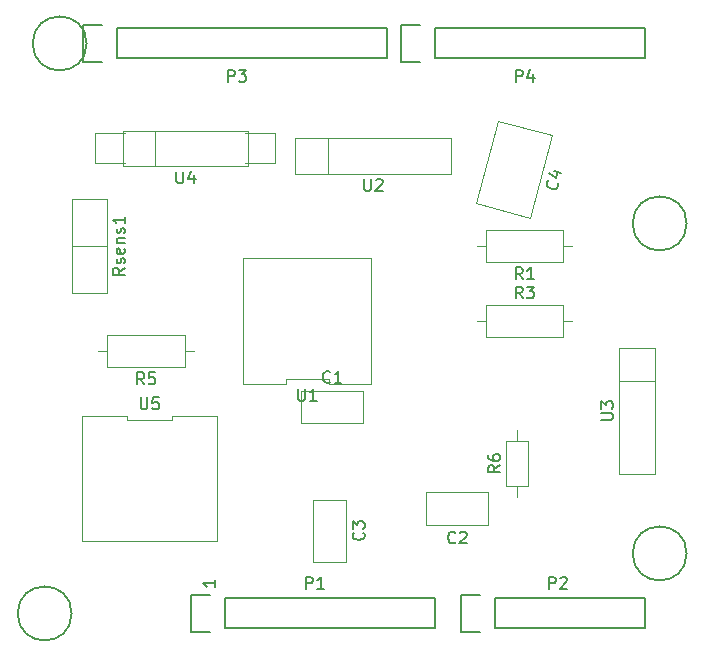
<source format=gbr>
%TF.GenerationSoftware,KiCad,Pcbnew,(5.1.10)-1*%
%TF.CreationDate,2022-03-31T16:48:52+02:00*%
%TF.ProjectId,Shield,53686965-6c64-42e6-9b69-6361645f7063,rev?*%
%TF.SameCoordinates,Original*%
%TF.FileFunction,Legend,Top*%
%TF.FilePolarity,Positive*%
%FSLAX46Y46*%
G04 Gerber Fmt 4.6, Leading zero omitted, Abs format (unit mm)*
G04 Created by KiCad (PCBNEW (5.1.10)-1) date 2022-03-31 16:48:52*
%MOMM*%
%LPD*%
G01*
G04 APERTURE LIST*
%ADD10C,0.150000*%
%ADD11C,0.120000*%
G04 APERTURE END LIST*
D10*
X139390380Y-120999285D02*
X139390380Y-121570714D01*
X139390380Y-121285000D02*
X138390380Y-121285000D01*
X138533238Y-121380238D01*
X138628476Y-121475476D01*
X138676095Y-121570714D01*
D11*
%TO.C,U5*%
X128128000Y-107085000D02*
X128128000Y-117705000D01*
X128128000Y-117705000D02*
X139588000Y-117705000D01*
X139588000Y-117705000D02*
X139588000Y-107085000D01*
X139588000Y-107085000D02*
X135768000Y-107085000D01*
X135768000Y-107085000D02*
X135768000Y-107445000D01*
X135768000Y-107445000D02*
X131948001Y-107445000D01*
X131948001Y-107445000D02*
X131948001Y-107085000D01*
X131948001Y-107085000D02*
X128128000Y-107085000D01*
%TO.C,U3*%
X176633000Y-101370000D02*
X176633000Y-111990000D01*
X176633000Y-111990000D02*
X173633000Y-111990000D01*
X173633000Y-111990000D02*
X173633000Y-101370000D01*
X173633000Y-101370000D02*
X176633000Y-101370000D01*
X176633000Y-104140000D02*
X173633000Y-104140000D01*
%TO.C,U4*%
X131578000Y-82955000D02*
X142198000Y-82955000D01*
X142198000Y-82955000D02*
X142198000Y-85955000D01*
X142198000Y-85955000D02*
X131578000Y-85955000D01*
X131578000Y-85955000D02*
X131578000Y-82955000D01*
X134348000Y-82955000D02*
X134348000Y-85955000D01*
X144508000Y-85725000D02*
X141968000Y-85725000D01*
X144508000Y-83185000D02*
X144508000Y-85725000D01*
X141968000Y-83185000D02*
X144508000Y-83185000D01*
X129268000Y-85725000D02*
X131808000Y-85725000D01*
X129268000Y-83185000D02*
X129268000Y-85725000D01*
X131808000Y-83185000D02*
X129268000Y-83185000D01*
%TO.C,U2*%
X146193000Y-83590000D02*
X159353000Y-83590000D01*
X159353000Y-83590000D02*
X159353000Y-86590000D01*
X159353000Y-86590000D02*
X146193000Y-86590000D01*
X146193000Y-86590000D02*
X146193000Y-83590000D01*
X148963000Y-83590000D02*
X148963000Y-86590000D01*
%TO.C,U1*%
X152630000Y-104370000D02*
X152630000Y-93750000D01*
X152630000Y-93750000D02*
X141756000Y-93750000D01*
X141756000Y-93750000D02*
X141756000Y-104370000D01*
X141756000Y-104370000D02*
X145380667Y-104370000D01*
X145380667Y-104370000D02*
X145380667Y-104010000D01*
X145380667Y-104010000D02*
X149005333Y-104010000D01*
X149005333Y-104010000D02*
X149005333Y-104370000D01*
X149005333Y-104370000D02*
X152630000Y-104370000D01*
%TO.C,Rsens1*%
X127278000Y-92710000D02*
X130278000Y-92710000D01*
X130278000Y-96710000D02*
X127278000Y-96710000D01*
X130278000Y-88710000D02*
X130278000Y-96710000D01*
X127278000Y-88710000D02*
X130278000Y-88710000D01*
X127278000Y-96710000D02*
X127278000Y-88710000D01*
%TO.C,R6*%
X164973000Y-108255000D02*
X164973000Y-109205000D01*
X164973000Y-113995000D02*
X164973000Y-113045000D01*
X164053000Y-109205000D02*
X164053000Y-113045000D01*
X165893000Y-109205000D02*
X164053000Y-109205000D01*
X165893000Y-113045000D02*
X165893000Y-109205000D01*
X164053000Y-113045000D02*
X165893000Y-113045000D01*
%TO.C,R5*%
X129518000Y-101600000D02*
X130288000Y-101600000D01*
X137598000Y-101600000D02*
X136828000Y-101600000D01*
X130288000Y-102970000D02*
X136828000Y-102970000D01*
X130288000Y-100230000D02*
X130288000Y-102970000D01*
X136828000Y-100230000D02*
X130288000Y-100230000D01*
X136828000Y-102970000D02*
X136828000Y-100230000D01*
%TO.C,R3*%
X169648000Y-99060000D02*
X168878000Y-99060000D01*
X161568000Y-99060000D02*
X162338000Y-99060000D01*
X168878000Y-97690000D02*
X162338000Y-97690000D01*
X168878000Y-100430000D02*
X168878000Y-97690000D01*
X162338000Y-100430000D02*
X168878000Y-100430000D01*
X162338000Y-97690000D02*
X162338000Y-100430000D01*
%TO.C,R1*%
X161568000Y-92710000D02*
X162338000Y-92710000D01*
X169648000Y-92710000D02*
X168878000Y-92710000D01*
X162338000Y-94080000D02*
X168878000Y-94080000D01*
X162338000Y-91340000D02*
X162338000Y-94080000D01*
X168878000Y-91340000D02*
X162338000Y-91340000D01*
X168878000Y-94080000D02*
X168878000Y-91340000D01*
%TO.C,C4*%
X166078272Y-90309867D02*
X161499783Y-89083065D01*
X167952122Y-83316564D02*
X163373633Y-82089762D01*
X163373633Y-82089762D02*
X161499783Y-89083065D01*
X167952122Y-83316564D02*
X166078272Y-90309867D01*
D10*
%TO.C,P1*%
X137388000Y-122275000D02*
X137388000Y-125375000D01*
X138938000Y-122275000D02*
X137388000Y-122275000D01*
X140208000Y-125095000D02*
X140208000Y-122555000D01*
X137388000Y-125375000D02*
X138938000Y-125375000D01*
X157988000Y-122555000D02*
X140208000Y-122555000D01*
X157988000Y-125095000D02*
X157988000Y-122555000D01*
X140208000Y-125095000D02*
X157988000Y-125095000D01*
%TO.C,P2*%
X160248000Y-122275000D02*
X160248000Y-125375000D01*
X161798000Y-122275000D02*
X160248000Y-122275000D01*
X163068000Y-125095000D02*
X163068000Y-122555000D01*
X160248000Y-125375000D02*
X161798000Y-125375000D01*
X175768000Y-122555000D02*
X163068000Y-122555000D01*
X175768000Y-125095000D02*
X175768000Y-122555000D01*
X163068000Y-125095000D02*
X175768000Y-125095000D01*
%TO.C,P3*%
X128244000Y-74015000D02*
X128244000Y-77115000D01*
X129794000Y-74015000D02*
X128244000Y-74015000D01*
X131064000Y-76835000D02*
X131064000Y-74295000D01*
X128244000Y-77115000D02*
X129794000Y-77115000D01*
X153924000Y-74295000D02*
X131064000Y-74295000D01*
X153924000Y-76835000D02*
X153924000Y-74295000D01*
X131064000Y-76835000D02*
X153924000Y-76835000D01*
%TO.C,P4*%
X155168000Y-74015000D02*
X155168000Y-77115000D01*
X156718000Y-74015000D02*
X155168000Y-74015000D01*
X157988000Y-76835000D02*
X157988000Y-74295000D01*
X155168000Y-77115000D02*
X156718000Y-77115000D01*
X175768000Y-74295000D02*
X157988000Y-74295000D01*
X175768000Y-76835000D02*
X175768000Y-74295000D01*
X157988000Y-76835000D02*
X175768000Y-76835000D01*
%TO.C,P5*%
X127254000Y-123825000D02*
G75*
G03*
X127254000Y-123825000I-2286000J0D01*
G01*
%TO.C,P6*%
X179324000Y-118745000D02*
G75*
G03*
X179324000Y-118745000I-2286000J0D01*
G01*
%TO.C,P7*%
X128524000Y-75565000D02*
G75*
G03*
X128524000Y-75565000I-2286000J0D01*
G01*
%TO.C,P8*%
X179324000Y-90805000D02*
G75*
G03*
X179324000Y-90805000I-2286000J0D01*
G01*
D11*
%TO.C,C1*%
X151928000Y-104975000D02*
X151928000Y-107715000D01*
X146688000Y-104975000D02*
X146688000Y-107715000D01*
X146688000Y-107715000D02*
X151928000Y-107715000D01*
X146688000Y-104975000D02*
X151928000Y-104975000D01*
%TO.C,C2*%
X157293000Y-116305000D02*
X157293000Y-113565000D01*
X162533000Y-116305000D02*
X162533000Y-113565000D01*
X162533000Y-113565000D02*
X157293000Y-113565000D01*
X162533000Y-116305000D02*
X157293000Y-116305000D01*
%TO.C,C3*%
X150468000Y-114200000D02*
X150468000Y-119440000D01*
X147728000Y-114200000D02*
X147728000Y-119440000D01*
X150468000Y-114200000D02*
X147728000Y-114200000D01*
X150468000Y-119440000D02*
X147728000Y-119440000D01*
%TO.C,U5*%
D10*
X133096095Y-105537380D02*
X133096095Y-106346904D01*
X133143714Y-106442142D01*
X133191333Y-106489761D01*
X133286571Y-106537380D01*
X133477047Y-106537380D01*
X133572285Y-106489761D01*
X133619904Y-106442142D01*
X133667523Y-106346904D01*
X133667523Y-105537380D01*
X134619904Y-105537380D02*
X134143714Y-105537380D01*
X134096095Y-106013571D01*
X134143714Y-105965952D01*
X134238952Y-105918333D01*
X134477047Y-105918333D01*
X134572285Y-105965952D01*
X134619904Y-106013571D01*
X134667523Y-106108809D01*
X134667523Y-106346904D01*
X134619904Y-106442142D01*
X134572285Y-106489761D01*
X134477047Y-106537380D01*
X134238952Y-106537380D01*
X134143714Y-106489761D01*
X134096095Y-106442142D01*
%TO.C,U3*%
X172085380Y-107441904D02*
X172894904Y-107441904D01*
X172990142Y-107394285D01*
X173037761Y-107346666D01*
X173085380Y-107251428D01*
X173085380Y-107060952D01*
X173037761Y-106965714D01*
X172990142Y-106918095D01*
X172894904Y-106870476D01*
X172085380Y-106870476D01*
X172085380Y-106489523D02*
X172085380Y-105870476D01*
X172466333Y-106203809D01*
X172466333Y-106060952D01*
X172513952Y-105965714D01*
X172561571Y-105918095D01*
X172656809Y-105870476D01*
X172894904Y-105870476D01*
X172990142Y-105918095D01*
X173037761Y-105965714D01*
X173085380Y-106060952D01*
X173085380Y-106346666D01*
X173037761Y-106441904D01*
X172990142Y-106489523D01*
%TO.C,U4*%
X136126095Y-86407380D02*
X136126095Y-87216904D01*
X136173714Y-87312142D01*
X136221333Y-87359761D01*
X136316571Y-87407380D01*
X136507047Y-87407380D01*
X136602285Y-87359761D01*
X136649904Y-87312142D01*
X136697523Y-87216904D01*
X136697523Y-86407380D01*
X137602285Y-86740714D02*
X137602285Y-87407380D01*
X137364190Y-86359761D02*
X137126095Y-87074047D01*
X137745142Y-87074047D01*
%TO.C,U2*%
X152011095Y-87042380D02*
X152011095Y-87851904D01*
X152058714Y-87947142D01*
X152106333Y-87994761D01*
X152201571Y-88042380D01*
X152392047Y-88042380D01*
X152487285Y-87994761D01*
X152534904Y-87947142D01*
X152582523Y-87851904D01*
X152582523Y-87042380D01*
X153011095Y-87137619D02*
X153058714Y-87090000D01*
X153153952Y-87042380D01*
X153392047Y-87042380D01*
X153487285Y-87090000D01*
X153534904Y-87137619D01*
X153582523Y-87232857D01*
X153582523Y-87328095D01*
X153534904Y-87470952D01*
X152963476Y-88042380D01*
X153582523Y-88042380D01*
%TO.C,U1*%
X146431095Y-104822380D02*
X146431095Y-105631904D01*
X146478714Y-105727142D01*
X146526333Y-105774761D01*
X146621571Y-105822380D01*
X146812047Y-105822380D01*
X146907285Y-105774761D01*
X146954904Y-105727142D01*
X147002523Y-105631904D01*
X147002523Y-104822380D01*
X148002523Y-105822380D02*
X147431095Y-105822380D01*
X147716809Y-105822380D02*
X147716809Y-104822380D01*
X147621571Y-104965238D01*
X147526333Y-105060476D01*
X147431095Y-105108095D01*
%TO.C,Rsens1*%
X131730380Y-94567142D02*
X131254190Y-94900476D01*
X131730380Y-95138571D02*
X130730380Y-95138571D01*
X130730380Y-94757619D01*
X130778000Y-94662380D01*
X130825619Y-94614761D01*
X130920857Y-94567142D01*
X131063714Y-94567142D01*
X131158952Y-94614761D01*
X131206571Y-94662380D01*
X131254190Y-94757619D01*
X131254190Y-95138571D01*
X131682761Y-94186190D02*
X131730380Y-94090952D01*
X131730380Y-93900476D01*
X131682761Y-93805238D01*
X131587523Y-93757619D01*
X131539904Y-93757619D01*
X131444666Y-93805238D01*
X131397047Y-93900476D01*
X131397047Y-94043333D01*
X131349428Y-94138571D01*
X131254190Y-94186190D01*
X131206571Y-94186190D01*
X131111333Y-94138571D01*
X131063714Y-94043333D01*
X131063714Y-93900476D01*
X131111333Y-93805238D01*
X131682761Y-92948095D02*
X131730380Y-93043333D01*
X131730380Y-93233809D01*
X131682761Y-93329047D01*
X131587523Y-93376666D01*
X131206571Y-93376666D01*
X131111333Y-93329047D01*
X131063714Y-93233809D01*
X131063714Y-93043333D01*
X131111333Y-92948095D01*
X131206571Y-92900476D01*
X131301809Y-92900476D01*
X131397047Y-93376666D01*
X131063714Y-92471904D02*
X131730380Y-92471904D01*
X131158952Y-92471904D02*
X131111333Y-92424285D01*
X131063714Y-92329047D01*
X131063714Y-92186190D01*
X131111333Y-92090952D01*
X131206571Y-92043333D01*
X131730380Y-92043333D01*
X131682761Y-91614761D02*
X131730380Y-91519523D01*
X131730380Y-91329047D01*
X131682761Y-91233809D01*
X131587523Y-91186190D01*
X131539904Y-91186190D01*
X131444666Y-91233809D01*
X131397047Y-91329047D01*
X131397047Y-91471904D01*
X131349428Y-91567142D01*
X131254190Y-91614761D01*
X131206571Y-91614761D01*
X131111333Y-91567142D01*
X131063714Y-91471904D01*
X131063714Y-91329047D01*
X131111333Y-91233809D01*
X131730380Y-90233809D02*
X131730380Y-90805238D01*
X131730380Y-90519523D02*
X130730380Y-90519523D01*
X130873238Y-90614761D01*
X130968476Y-90710000D01*
X131016095Y-90805238D01*
%TO.C,R6*%
X163505380Y-111291666D02*
X163029190Y-111625000D01*
X163505380Y-111863095D02*
X162505380Y-111863095D01*
X162505380Y-111482142D01*
X162553000Y-111386904D01*
X162600619Y-111339285D01*
X162695857Y-111291666D01*
X162838714Y-111291666D01*
X162933952Y-111339285D01*
X162981571Y-111386904D01*
X163029190Y-111482142D01*
X163029190Y-111863095D01*
X162505380Y-110434523D02*
X162505380Y-110625000D01*
X162553000Y-110720238D01*
X162600619Y-110767857D01*
X162743476Y-110863095D01*
X162933952Y-110910714D01*
X163314904Y-110910714D01*
X163410142Y-110863095D01*
X163457761Y-110815476D01*
X163505380Y-110720238D01*
X163505380Y-110529761D01*
X163457761Y-110434523D01*
X163410142Y-110386904D01*
X163314904Y-110339285D01*
X163076809Y-110339285D01*
X162981571Y-110386904D01*
X162933952Y-110434523D01*
X162886333Y-110529761D01*
X162886333Y-110720238D01*
X162933952Y-110815476D01*
X162981571Y-110863095D01*
X163076809Y-110910714D01*
%TO.C,R5*%
X133391333Y-104422380D02*
X133058000Y-103946190D01*
X132819904Y-104422380D02*
X132819904Y-103422380D01*
X133200857Y-103422380D01*
X133296095Y-103470000D01*
X133343714Y-103517619D01*
X133391333Y-103612857D01*
X133391333Y-103755714D01*
X133343714Y-103850952D01*
X133296095Y-103898571D01*
X133200857Y-103946190D01*
X132819904Y-103946190D01*
X134296095Y-103422380D02*
X133819904Y-103422380D01*
X133772285Y-103898571D01*
X133819904Y-103850952D01*
X133915142Y-103803333D01*
X134153238Y-103803333D01*
X134248476Y-103850952D01*
X134296095Y-103898571D01*
X134343714Y-103993809D01*
X134343714Y-104231904D01*
X134296095Y-104327142D01*
X134248476Y-104374761D01*
X134153238Y-104422380D01*
X133915142Y-104422380D01*
X133819904Y-104374761D01*
X133772285Y-104327142D01*
%TO.C,R3*%
X165441333Y-97142380D02*
X165108000Y-96666190D01*
X164869904Y-97142380D02*
X164869904Y-96142380D01*
X165250857Y-96142380D01*
X165346095Y-96190000D01*
X165393714Y-96237619D01*
X165441333Y-96332857D01*
X165441333Y-96475714D01*
X165393714Y-96570952D01*
X165346095Y-96618571D01*
X165250857Y-96666190D01*
X164869904Y-96666190D01*
X165774666Y-96142380D02*
X166393714Y-96142380D01*
X166060380Y-96523333D01*
X166203238Y-96523333D01*
X166298476Y-96570952D01*
X166346095Y-96618571D01*
X166393714Y-96713809D01*
X166393714Y-96951904D01*
X166346095Y-97047142D01*
X166298476Y-97094761D01*
X166203238Y-97142380D01*
X165917523Y-97142380D01*
X165822285Y-97094761D01*
X165774666Y-97047142D01*
%TO.C,R1*%
X165441333Y-95532380D02*
X165108000Y-95056190D01*
X164869904Y-95532380D02*
X164869904Y-94532380D01*
X165250857Y-94532380D01*
X165346095Y-94580000D01*
X165393714Y-94627619D01*
X165441333Y-94722857D01*
X165441333Y-94865714D01*
X165393714Y-94960952D01*
X165346095Y-95008571D01*
X165250857Y-95056190D01*
X164869904Y-95056190D01*
X166393714Y-95532380D02*
X165822285Y-95532380D01*
X166108000Y-95532380D02*
X166108000Y-94532380D01*
X166012761Y-94675238D01*
X165917523Y-94770476D01*
X165822285Y-94818095D01*
%TO.C,C4*%
X168408530Y-87359104D02*
X168442201Y-87417425D01*
X168451224Y-87567739D01*
X168426574Y-87659732D01*
X168343604Y-87785396D01*
X168226961Y-87852740D01*
X168122644Y-87874087D01*
X167926333Y-87870785D01*
X167788344Y-87833810D01*
X167616682Y-87738515D01*
X167537014Y-87667869D01*
X167469671Y-87551227D01*
X167460648Y-87400913D01*
X167485298Y-87308920D01*
X167568268Y-87183255D01*
X167626590Y-87149583D01*
X168078417Y-86383270D02*
X168722367Y-86555817D01*
X167648821Y-86514655D02*
X168277145Y-86929508D01*
X168437366Y-86331554D01*
%TO.C,P1*%
X147089904Y-121737380D02*
X147089904Y-120737380D01*
X147470857Y-120737380D01*
X147566095Y-120785000D01*
X147613714Y-120832619D01*
X147661333Y-120927857D01*
X147661333Y-121070714D01*
X147613714Y-121165952D01*
X147566095Y-121213571D01*
X147470857Y-121261190D01*
X147089904Y-121261190D01*
X148613714Y-121737380D02*
X148042285Y-121737380D01*
X148328000Y-121737380D02*
X148328000Y-120737380D01*
X148232761Y-120880238D01*
X148137523Y-120975476D01*
X148042285Y-121023095D01*
%TO.C,P2*%
X167663904Y-121737380D02*
X167663904Y-120737380D01*
X168044857Y-120737380D01*
X168140095Y-120785000D01*
X168187714Y-120832619D01*
X168235333Y-120927857D01*
X168235333Y-121070714D01*
X168187714Y-121165952D01*
X168140095Y-121213571D01*
X168044857Y-121261190D01*
X167663904Y-121261190D01*
X168616285Y-120832619D02*
X168663904Y-120785000D01*
X168759142Y-120737380D01*
X168997238Y-120737380D01*
X169092476Y-120785000D01*
X169140095Y-120832619D01*
X169187714Y-120927857D01*
X169187714Y-121023095D01*
X169140095Y-121165952D01*
X168568666Y-121737380D01*
X169187714Y-121737380D01*
%TO.C,P3*%
X140485904Y-78811380D02*
X140485904Y-77811380D01*
X140866857Y-77811380D01*
X140962095Y-77859000D01*
X141009714Y-77906619D01*
X141057333Y-78001857D01*
X141057333Y-78144714D01*
X141009714Y-78239952D01*
X140962095Y-78287571D01*
X140866857Y-78335190D01*
X140485904Y-78335190D01*
X141390666Y-77811380D02*
X142009714Y-77811380D01*
X141676380Y-78192333D01*
X141819238Y-78192333D01*
X141914476Y-78239952D01*
X141962095Y-78287571D01*
X142009714Y-78382809D01*
X142009714Y-78620904D01*
X141962095Y-78716142D01*
X141914476Y-78763761D01*
X141819238Y-78811380D01*
X141533523Y-78811380D01*
X141438285Y-78763761D01*
X141390666Y-78716142D01*
%TO.C,P4*%
X164869904Y-78811380D02*
X164869904Y-77811380D01*
X165250857Y-77811380D01*
X165346095Y-77859000D01*
X165393714Y-77906619D01*
X165441333Y-78001857D01*
X165441333Y-78144714D01*
X165393714Y-78239952D01*
X165346095Y-78287571D01*
X165250857Y-78335190D01*
X164869904Y-78335190D01*
X166298476Y-78144714D02*
X166298476Y-78811380D01*
X166060380Y-77763761D02*
X165822285Y-78478047D01*
X166441333Y-78478047D01*
%TO.C,C1*%
X149141333Y-104202142D02*
X149093714Y-104249761D01*
X148950857Y-104297380D01*
X148855619Y-104297380D01*
X148712761Y-104249761D01*
X148617523Y-104154523D01*
X148569904Y-104059285D01*
X148522285Y-103868809D01*
X148522285Y-103725952D01*
X148569904Y-103535476D01*
X148617523Y-103440238D01*
X148712761Y-103345000D01*
X148855619Y-103297380D01*
X148950857Y-103297380D01*
X149093714Y-103345000D01*
X149141333Y-103392619D01*
X150093714Y-104297380D02*
X149522285Y-104297380D01*
X149808000Y-104297380D02*
X149808000Y-103297380D01*
X149712761Y-103440238D01*
X149617523Y-103535476D01*
X149522285Y-103583095D01*
%TO.C,C2*%
X159746333Y-117792142D02*
X159698714Y-117839761D01*
X159555857Y-117887380D01*
X159460619Y-117887380D01*
X159317761Y-117839761D01*
X159222523Y-117744523D01*
X159174904Y-117649285D01*
X159127285Y-117458809D01*
X159127285Y-117315952D01*
X159174904Y-117125476D01*
X159222523Y-117030238D01*
X159317761Y-116935000D01*
X159460619Y-116887380D01*
X159555857Y-116887380D01*
X159698714Y-116935000D01*
X159746333Y-116982619D01*
X160127285Y-116982619D02*
X160174904Y-116935000D01*
X160270142Y-116887380D01*
X160508238Y-116887380D01*
X160603476Y-116935000D01*
X160651095Y-116982619D01*
X160698714Y-117077857D01*
X160698714Y-117173095D01*
X160651095Y-117315952D01*
X160079666Y-117887380D01*
X160698714Y-117887380D01*
%TO.C,C3*%
X151955142Y-116986666D02*
X152002761Y-117034285D01*
X152050380Y-117177142D01*
X152050380Y-117272380D01*
X152002761Y-117415238D01*
X151907523Y-117510476D01*
X151812285Y-117558095D01*
X151621809Y-117605714D01*
X151478952Y-117605714D01*
X151288476Y-117558095D01*
X151193238Y-117510476D01*
X151098000Y-117415238D01*
X151050380Y-117272380D01*
X151050380Y-117177142D01*
X151098000Y-117034285D01*
X151145619Y-116986666D01*
X151050380Y-116653333D02*
X151050380Y-116034285D01*
X151431333Y-116367619D01*
X151431333Y-116224761D01*
X151478952Y-116129523D01*
X151526571Y-116081904D01*
X151621809Y-116034285D01*
X151859904Y-116034285D01*
X151955142Y-116081904D01*
X152002761Y-116129523D01*
X152050380Y-116224761D01*
X152050380Y-116510476D01*
X152002761Y-116605714D01*
X151955142Y-116653333D01*
%TD*%
M02*

</source>
